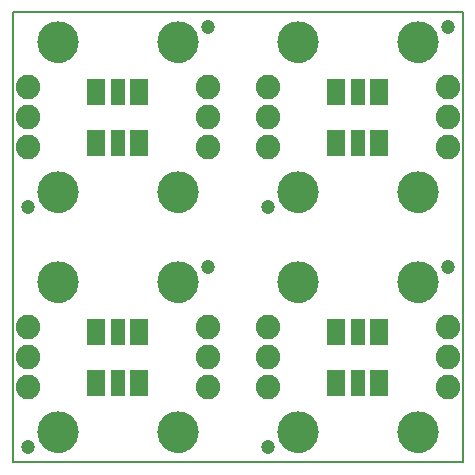
<source format=gbs>
G75*
G70*
%OFA0B0*%
%FSLAX24Y24*%
%IPPOS*%
%LPD*%
%AMOC8*
5,1,8,0,0,1.08239X$1,22.5*
%
%ADD10C,0.0080*%
%ADD11C,0.0000*%
%ADD12C,0.1380*%
%ADD13C,0.0474*%
%ADD14R,0.0631X0.0867*%
%ADD15R,0.0474X0.0867*%
%ADD16C,0.0820*%
D10*
X008338Y000501D02*
X008338Y015501D01*
X023338Y015501D01*
X023338Y000501D01*
X008338Y000501D01*
D11*
X009188Y001501D02*
X009190Y001551D01*
X009196Y001601D01*
X009206Y001651D01*
X009219Y001699D01*
X009236Y001747D01*
X009257Y001793D01*
X009281Y001837D01*
X009309Y001879D01*
X009340Y001919D01*
X009374Y001956D01*
X009411Y001991D01*
X009450Y002022D01*
X009491Y002051D01*
X009535Y002076D01*
X009581Y002098D01*
X009628Y002116D01*
X009676Y002130D01*
X009725Y002141D01*
X009775Y002148D01*
X009825Y002151D01*
X009876Y002150D01*
X009926Y002145D01*
X009976Y002136D01*
X010024Y002124D01*
X010072Y002107D01*
X010118Y002087D01*
X010163Y002064D01*
X010206Y002037D01*
X010246Y002007D01*
X010284Y001974D01*
X010319Y001938D01*
X010352Y001899D01*
X010381Y001858D01*
X010407Y001815D01*
X010430Y001770D01*
X010449Y001723D01*
X010464Y001675D01*
X010476Y001626D01*
X010484Y001576D01*
X010488Y001526D01*
X010488Y001476D01*
X010484Y001426D01*
X010476Y001376D01*
X010464Y001327D01*
X010449Y001279D01*
X010430Y001232D01*
X010407Y001187D01*
X010381Y001144D01*
X010352Y001103D01*
X010319Y001064D01*
X010284Y001028D01*
X010246Y000995D01*
X010206Y000965D01*
X010163Y000938D01*
X010118Y000915D01*
X010072Y000895D01*
X010024Y000878D01*
X009976Y000866D01*
X009926Y000857D01*
X009876Y000852D01*
X009825Y000851D01*
X009775Y000854D01*
X009725Y000861D01*
X009676Y000872D01*
X009628Y000886D01*
X009581Y000904D01*
X009535Y000926D01*
X009491Y000951D01*
X009450Y000980D01*
X009411Y001011D01*
X009374Y001046D01*
X009340Y001083D01*
X009309Y001123D01*
X009281Y001165D01*
X009257Y001209D01*
X009236Y001255D01*
X009219Y001303D01*
X009206Y001351D01*
X009196Y001401D01*
X009190Y001451D01*
X009188Y001501D01*
X013188Y001501D02*
X013190Y001551D01*
X013196Y001601D01*
X013206Y001651D01*
X013219Y001699D01*
X013236Y001747D01*
X013257Y001793D01*
X013281Y001837D01*
X013309Y001879D01*
X013340Y001919D01*
X013374Y001956D01*
X013411Y001991D01*
X013450Y002022D01*
X013491Y002051D01*
X013535Y002076D01*
X013581Y002098D01*
X013628Y002116D01*
X013676Y002130D01*
X013725Y002141D01*
X013775Y002148D01*
X013825Y002151D01*
X013876Y002150D01*
X013926Y002145D01*
X013976Y002136D01*
X014024Y002124D01*
X014072Y002107D01*
X014118Y002087D01*
X014163Y002064D01*
X014206Y002037D01*
X014246Y002007D01*
X014284Y001974D01*
X014319Y001938D01*
X014352Y001899D01*
X014381Y001858D01*
X014407Y001815D01*
X014430Y001770D01*
X014449Y001723D01*
X014464Y001675D01*
X014476Y001626D01*
X014484Y001576D01*
X014488Y001526D01*
X014488Y001476D01*
X014484Y001426D01*
X014476Y001376D01*
X014464Y001327D01*
X014449Y001279D01*
X014430Y001232D01*
X014407Y001187D01*
X014381Y001144D01*
X014352Y001103D01*
X014319Y001064D01*
X014284Y001028D01*
X014246Y000995D01*
X014206Y000965D01*
X014163Y000938D01*
X014118Y000915D01*
X014072Y000895D01*
X014024Y000878D01*
X013976Y000866D01*
X013926Y000857D01*
X013876Y000852D01*
X013825Y000851D01*
X013775Y000854D01*
X013725Y000861D01*
X013676Y000872D01*
X013628Y000886D01*
X013581Y000904D01*
X013535Y000926D01*
X013491Y000951D01*
X013450Y000980D01*
X013411Y001011D01*
X013374Y001046D01*
X013340Y001083D01*
X013309Y001123D01*
X013281Y001165D01*
X013257Y001209D01*
X013236Y001255D01*
X013219Y001303D01*
X013206Y001351D01*
X013196Y001401D01*
X013190Y001451D01*
X013188Y001501D01*
X017188Y001501D02*
X017190Y001551D01*
X017196Y001601D01*
X017206Y001651D01*
X017219Y001699D01*
X017236Y001747D01*
X017257Y001793D01*
X017281Y001837D01*
X017309Y001879D01*
X017340Y001919D01*
X017374Y001956D01*
X017411Y001991D01*
X017450Y002022D01*
X017491Y002051D01*
X017535Y002076D01*
X017581Y002098D01*
X017628Y002116D01*
X017676Y002130D01*
X017725Y002141D01*
X017775Y002148D01*
X017825Y002151D01*
X017876Y002150D01*
X017926Y002145D01*
X017976Y002136D01*
X018024Y002124D01*
X018072Y002107D01*
X018118Y002087D01*
X018163Y002064D01*
X018206Y002037D01*
X018246Y002007D01*
X018284Y001974D01*
X018319Y001938D01*
X018352Y001899D01*
X018381Y001858D01*
X018407Y001815D01*
X018430Y001770D01*
X018449Y001723D01*
X018464Y001675D01*
X018476Y001626D01*
X018484Y001576D01*
X018488Y001526D01*
X018488Y001476D01*
X018484Y001426D01*
X018476Y001376D01*
X018464Y001327D01*
X018449Y001279D01*
X018430Y001232D01*
X018407Y001187D01*
X018381Y001144D01*
X018352Y001103D01*
X018319Y001064D01*
X018284Y001028D01*
X018246Y000995D01*
X018206Y000965D01*
X018163Y000938D01*
X018118Y000915D01*
X018072Y000895D01*
X018024Y000878D01*
X017976Y000866D01*
X017926Y000857D01*
X017876Y000852D01*
X017825Y000851D01*
X017775Y000854D01*
X017725Y000861D01*
X017676Y000872D01*
X017628Y000886D01*
X017581Y000904D01*
X017535Y000926D01*
X017491Y000951D01*
X017450Y000980D01*
X017411Y001011D01*
X017374Y001046D01*
X017340Y001083D01*
X017309Y001123D01*
X017281Y001165D01*
X017257Y001209D01*
X017236Y001255D01*
X017219Y001303D01*
X017206Y001351D01*
X017196Y001401D01*
X017190Y001451D01*
X017188Y001501D01*
X021188Y001501D02*
X021190Y001551D01*
X021196Y001601D01*
X021206Y001651D01*
X021219Y001699D01*
X021236Y001747D01*
X021257Y001793D01*
X021281Y001837D01*
X021309Y001879D01*
X021340Y001919D01*
X021374Y001956D01*
X021411Y001991D01*
X021450Y002022D01*
X021491Y002051D01*
X021535Y002076D01*
X021581Y002098D01*
X021628Y002116D01*
X021676Y002130D01*
X021725Y002141D01*
X021775Y002148D01*
X021825Y002151D01*
X021876Y002150D01*
X021926Y002145D01*
X021976Y002136D01*
X022024Y002124D01*
X022072Y002107D01*
X022118Y002087D01*
X022163Y002064D01*
X022206Y002037D01*
X022246Y002007D01*
X022284Y001974D01*
X022319Y001938D01*
X022352Y001899D01*
X022381Y001858D01*
X022407Y001815D01*
X022430Y001770D01*
X022449Y001723D01*
X022464Y001675D01*
X022476Y001626D01*
X022484Y001576D01*
X022488Y001526D01*
X022488Y001476D01*
X022484Y001426D01*
X022476Y001376D01*
X022464Y001327D01*
X022449Y001279D01*
X022430Y001232D01*
X022407Y001187D01*
X022381Y001144D01*
X022352Y001103D01*
X022319Y001064D01*
X022284Y001028D01*
X022246Y000995D01*
X022206Y000965D01*
X022163Y000938D01*
X022118Y000915D01*
X022072Y000895D01*
X022024Y000878D01*
X021976Y000866D01*
X021926Y000857D01*
X021876Y000852D01*
X021825Y000851D01*
X021775Y000854D01*
X021725Y000861D01*
X021676Y000872D01*
X021628Y000886D01*
X021581Y000904D01*
X021535Y000926D01*
X021491Y000951D01*
X021450Y000980D01*
X021411Y001011D01*
X021374Y001046D01*
X021340Y001083D01*
X021309Y001123D01*
X021281Y001165D01*
X021257Y001209D01*
X021236Y001255D01*
X021219Y001303D01*
X021206Y001351D01*
X021196Y001401D01*
X021190Y001451D01*
X021188Y001501D01*
X021188Y006501D02*
X021190Y006551D01*
X021196Y006601D01*
X021206Y006651D01*
X021219Y006699D01*
X021236Y006747D01*
X021257Y006793D01*
X021281Y006837D01*
X021309Y006879D01*
X021340Y006919D01*
X021374Y006956D01*
X021411Y006991D01*
X021450Y007022D01*
X021491Y007051D01*
X021535Y007076D01*
X021581Y007098D01*
X021628Y007116D01*
X021676Y007130D01*
X021725Y007141D01*
X021775Y007148D01*
X021825Y007151D01*
X021876Y007150D01*
X021926Y007145D01*
X021976Y007136D01*
X022024Y007124D01*
X022072Y007107D01*
X022118Y007087D01*
X022163Y007064D01*
X022206Y007037D01*
X022246Y007007D01*
X022284Y006974D01*
X022319Y006938D01*
X022352Y006899D01*
X022381Y006858D01*
X022407Y006815D01*
X022430Y006770D01*
X022449Y006723D01*
X022464Y006675D01*
X022476Y006626D01*
X022484Y006576D01*
X022488Y006526D01*
X022488Y006476D01*
X022484Y006426D01*
X022476Y006376D01*
X022464Y006327D01*
X022449Y006279D01*
X022430Y006232D01*
X022407Y006187D01*
X022381Y006144D01*
X022352Y006103D01*
X022319Y006064D01*
X022284Y006028D01*
X022246Y005995D01*
X022206Y005965D01*
X022163Y005938D01*
X022118Y005915D01*
X022072Y005895D01*
X022024Y005878D01*
X021976Y005866D01*
X021926Y005857D01*
X021876Y005852D01*
X021825Y005851D01*
X021775Y005854D01*
X021725Y005861D01*
X021676Y005872D01*
X021628Y005886D01*
X021581Y005904D01*
X021535Y005926D01*
X021491Y005951D01*
X021450Y005980D01*
X021411Y006011D01*
X021374Y006046D01*
X021340Y006083D01*
X021309Y006123D01*
X021281Y006165D01*
X021257Y006209D01*
X021236Y006255D01*
X021219Y006303D01*
X021206Y006351D01*
X021196Y006401D01*
X021190Y006451D01*
X021188Y006501D01*
X017188Y006501D02*
X017190Y006551D01*
X017196Y006601D01*
X017206Y006651D01*
X017219Y006699D01*
X017236Y006747D01*
X017257Y006793D01*
X017281Y006837D01*
X017309Y006879D01*
X017340Y006919D01*
X017374Y006956D01*
X017411Y006991D01*
X017450Y007022D01*
X017491Y007051D01*
X017535Y007076D01*
X017581Y007098D01*
X017628Y007116D01*
X017676Y007130D01*
X017725Y007141D01*
X017775Y007148D01*
X017825Y007151D01*
X017876Y007150D01*
X017926Y007145D01*
X017976Y007136D01*
X018024Y007124D01*
X018072Y007107D01*
X018118Y007087D01*
X018163Y007064D01*
X018206Y007037D01*
X018246Y007007D01*
X018284Y006974D01*
X018319Y006938D01*
X018352Y006899D01*
X018381Y006858D01*
X018407Y006815D01*
X018430Y006770D01*
X018449Y006723D01*
X018464Y006675D01*
X018476Y006626D01*
X018484Y006576D01*
X018488Y006526D01*
X018488Y006476D01*
X018484Y006426D01*
X018476Y006376D01*
X018464Y006327D01*
X018449Y006279D01*
X018430Y006232D01*
X018407Y006187D01*
X018381Y006144D01*
X018352Y006103D01*
X018319Y006064D01*
X018284Y006028D01*
X018246Y005995D01*
X018206Y005965D01*
X018163Y005938D01*
X018118Y005915D01*
X018072Y005895D01*
X018024Y005878D01*
X017976Y005866D01*
X017926Y005857D01*
X017876Y005852D01*
X017825Y005851D01*
X017775Y005854D01*
X017725Y005861D01*
X017676Y005872D01*
X017628Y005886D01*
X017581Y005904D01*
X017535Y005926D01*
X017491Y005951D01*
X017450Y005980D01*
X017411Y006011D01*
X017374Y006046D01*
X017340Y006083D01*
X017309Y006123D01*
X017281Y006165D01*
X017257Y006209D01*
X017236Y006255D01*
X017219Y006303D01*
X017206Y006351D01*
X017196Y006401D01*
X017190Y006451D01*
X017188Y006501D01*
X013188Y006501D02*
X013190Y006551D01*
X013196Y006601D01*
X013206Y006651D01*
X013219Y006699D01*
X013236Y006747D01*
X013257Y006793D01*
X013281Y006837D01*
X013309Y006879D01*
X013340Y006919D01*
X013374Y006956D01*
X013411Y006991D01*
X013450Y007022D01*
X013491Y007051D01*
X013535Y007076D01*
X013581Y007098D01*
X013628Y007116D01*
X013676Y007130D01*
X013725Y007141D01*
X013775Y007148D01*
X013825Y007151D01*
X013876Y007150D01*
X013926Y007145D01*
X013976Y007136D01*
X014024Y007124D01*
X014072Y007107D01*
X014118Y007087D01*
X014163Y007064D01*
X014206Y007037D01*
X014246Y007007D01*
X014284Y006974D01*
X014319Y006938D01*
X014352Y006899D01*
X014381Y006858D01*
X014407Y006815D01*
X014430Y006770D01*
X014449Y006723D01*
X014464Y006675D01*
X014476Y006626D01*
X014484Y006576D01*
X014488Y006526D01*
X014488Y006476D01*
X014484Y006426D01*
X014476Y006376D01*
X014464Y006327D01*
X014449Y006279D01*
X014430Y006232D01*
X014407Y006187D01*
X014381Y006144D01*
X014352Y006103D01*
X014319Y006064D01*
X014284Y006028D01*
X014246Y005995D01*
X014206Y005965D01*
X014163Y005938D01*
X014118Y005915D01*
X014072Y005895D01*
X014024Y005878D01*
X013976Y005866D01*
X013926Y005857D01*
X013876Y005852D01*
X013825Y005851D01*
X013775Y005854D01*
X013725Y005861D01*
X013676Y005872D01*
X013628Y005886D01*
X013581Y005904D01*
X013535Y005926D01*
X013491Y005951D01*
X013450Y005980D01*
X013411Y006011D01*
X013374Y006046D01*
X013340Y006083D01*
X013309Y006123D01*
X013281Y006165D01*
X013257Y006209D01*
X013236Y006255D01*
X013219Y006303D01*
X013206Y006351D01*
X013196Y006401D01*
X013190Y006451D01*
X013188Y006501D01*
X009188Y006501D02*
X009190Y006551D01*
X009196Y006601D01*
X009206Y006651D01*
X009219Y006699D01*
X009236Y006747D01*
X009257Y006793D01*
X009281Y006837D01*
X009309Y006879D01*
X009340Y006919D01*
X009374Y006956D01*
X009411Y006991D01*
X009450Y007022D01*
X009491Y007051D01*
X009535Y007076D01*
X009581Y007098D01*
X009628Y007116D01*
X009676Y007130D01*
X009725Y007141D01*
X009775Y007148D01*
X009825Y007151D01*
X009876Y007150D01*
X009926Y007145D01*
X009976Y007136D01*
X010024Y007124D01*
X010072Y007107D01*
X010118Y007087D01*
X010163Y007064D01*
X010206Y007037D01*
X010246Y007007D01*
X010284Y006974D01*
X010319Y006938D01*
X010352Y006899D01*
X010381Y006858D01*
X010407Y006815D01*
X010430Y006770D01*
X010449Y006723D01*
X010464Y006675D01*
X010476Y006626D01*
X010484Y006576D01*
X010488Y006526D01*
X010488Y006476D01*
X010484Y006426D01*
X010476Y006376D01*
X010464Y006327D01*
X010449Y006279D01*
X010430Y006232D01*
X010407Y006187D01*
X010381Y006144D01*
X010352Y006103D01*
X010319Y006064D01*
X010284Y006028D01*
X010246Y005995D01*
X010206Y005965D01*
X010163Y005938D01*
X010118Y005915D01*
X010072Y005895D01*
X010024Y005878D01*
X009976Y005866D01*
X009926Y005857D01*
X009876Y005852D01*
X009825Y005851D01*
X009775Y005854D01*
X009725Y005861D01*
X009676Y005872D01*
X009628Y005886D01*
X009581Y005904D01*
X009535Y005926D01*
X009491Y005951D01*
X009450Y005980D01*
X009411Y006011D01*
X009374Y006046D01*
X009340Y006083D01*
X009309Y006123D01*
X009281Y006165D01*
X009257Y006209D01*
X009236Y006255D01*
X009219Y006303D01*
X009206Y006351D01*
X009196Y006401D01*
X009190Y006451D01*
X009188Y006501D01*
X009188Y009501D02*
X009190Y009551D01*
X009196Y009601D01*
X009206Y009651D01*
X009219Y009699D01*
X009236Y009747D01*
X009257Y009793D01*
X009281Y009837D01*
X009309Y009879D01*
X009340Y009919D01*
X009374Y009956D01*
X009411Y009991D01*
X009450Y010022D01*
X009491Y010051D01*
X009535Y010076D01*
X009581Y010098D01*
X009628Y010116D01*
X009676Y010130D01*
X009725Y010141D01*
X009775Y010148D01*
X009825Y010151D01*
X009876Y010150D01*
X009926Y010145D01*
X009976Y010136D01*
X010024Y010124D01*
X010072Y010107D01*
X010118Y010087D01*
X010163Y010064D01*
X010206Y010037D01*
X010246Y010007D01*
X010284Y009974D01*
X010319Y009938D01*
X010352Y009899D01*
X010381Y009858D01*
X010407Y009815D01*
X010430Y009770D01*
X010449Y009723D01*
X010464Y009675D01*
X010476Y009626D01*
X010484Y009576D01*
X010488Y009526D01*
X010488Y009476D01*
X010484Y009426D01*
X010476Y009376D01*
X010464Y009327D01*
X010449Y009279D01*
X010430Y009232D01*
X010407Y009187D01*
X010381Y009144D01*
X010352Y009103D01*
X010319Y009064D01*
X010284Y009028D01*
X010246Y008995D01*
X010206Y008965D01*
X010163Y008938D01*
X010118Y008915D01*
X010072Y008895D01*
X010024Y008878D01*
X009976Y008866D01*
X009926Y008857D01*
X009876Y008852D01*
X009825Y008851D01*
X009775Y008854D01*
X009725Y008861D01*
X009676Y008872D01*
X009628Y008886D01*
X009581Y008904D01*
X009535Y008926D01*
X009491Y008951D01*
X009450Y008980D01*
X009411Y009011D01*
X009374Y009046D01*
X009340Y009083D01*
X009309Y009123D01*
X009281Y009165D01*
X009257Y009209D01*
X009236Y009255D01*
X009219Y009303D01*
X009206Y009351D01*
X009196Y009401D01*
X009190Y009451D01*
X009188Y009501D01*
X013188Y009501D02*
X013190Y009551D01*
X013196Y009601D01*
X013206Y009651D01*
X013219Y009699D01*
X013236Y009747D01*
X013257Y009793D01*
X013281Y009837D01*
X013309Y009879D01*
X013340Y009919D01*
X013374Y009956D01*
X013411Y009991D01*
X013450Y010022D01*
X013491Y010051D01*
X013535Y010076D01*
X013581Y010098D01*
X013628Y010116D01*
X013676Y010130D01*
X013725Y010141D01*
X013775Y010148D01*
X013825Y010151D01*
X013876Y010150D01*
X013926Y010145D01*
X013976Y010136D01*
X014024Y010124D01*
X014072Y010107D01*
X014118Y010087D01*
X014163Y010064D01*
X014206Y010037D01*
X014246Y010007D01*
X014284Y009974D01*
X014319Y009938D01*
X014352Y009899D01*
X014381Y009858D01*
X014407Y009815D01*
X014430Y009770D01*
X014449Y009723D01*
X014464Y009675D01*
X014476Y009626D01*
X014484Y009576D01*
X014488Y009526D01*
X014488Y009476D01*
X014484Y009426D01*
X014476Y009376D01*
X014464Y009327D01*
X014449Y009279D01*
X014430Y009232D01*
X014407Y009187D01*
X014381Y009144D01*
X014352Y009103D01*
X014319Y009064D01*
X014284Y009028D01*
X014246Y008995D01*
X014206Y008965D01*
X014163Y008938D01*
X014118Y008915D01*
X014072Y008895D01*
X014024Y008878D01*
X013976Y008866D01*
X013926Y008857D01*
X013876Y008852D01*
X013825Y008851D01*
X013775Y008854D01*
X013725Y008861D01*
X013676Y008872D01*
X013628Y008886D01*
X013581Y008904D01*
X013535Y008926D01*
X013491Y008951D01*
X013450Y008980D01*
X013411Y009011D01*
X013374Y009046D01*
X013340Y009083D01*
X013309Y009123D01*
X013281Y009165D01*
X013257Y009209D01*
X013236Y009255D01*
X013219Y009303D01*
X013206Y009351D01*
X013196Y009401D01*
X013190Y009451D01*
X013188Y009501D01*
X017188Y009501D02*
X017190Y009551D01*
X017196Y009601D01*
X017206Y009651D01*
X017219Y009699D01*
X017236Y009747D01*
X017257Y009793D01*
X017281Y009837D01*
X017309Y009879D01*
X017340Y009919D01*
X017374Y009956D01*
X017411Y009991D01*
X017450Y010022D01*
X017491Y010051D01*
X017535Y010076D01*
X017581Y010098D01*
X017628Y010116D01*
X017676Y010130D01*
X017725Y010141D01*
X017775Y010148D01*
X017825Y010151D01*
X017876Y010150D01*
X017926Y010145D01*
X017976Y010136D01*
X018024Y010124D01*
X018072Y010107D01*
X018118Y010087D01*
X018163Y010064D01*
X018206Y010037D01*
X018246Y010007D01*
X018284Y009974D01*
X018319Y009938D01*
X018352Y009899D01*
X018381Y009858D01*
X018407Y009815D01*
X018430Y009770D01*
X018449Y009723D01*
X018464Y009675D01*
X018476Y009626D01*
X018484Y009576D01*
X018488Y009526D01*
X018488Y009476D01*
X018484Y009426D01*
X018476Y009376D01*
X018464Y009327D01*
X018449Y009279D01*
X018430Y009232D01*
X018407Y009187D01*
X018381Y009144D01*
X018352Y009103D01*
X018319Y009064D01*
X018284Y009028D01*
X018246Y008995D01*
X018206Y008965D01*
X018163Y008938D01*
X018118Y008915D01*
X018072Y008895D01*
X018024Y008878D01*
X017976Y008866D01*
X017926Y008857D01*
X017876Y008852D01*
X017825Y008851D01*
X017775Y008854D01*
X017725Y008861D01*
X017676Y008872D01*
X017628Y008886D01*
X017581Y008904D01*
X017535Y008926D01*
X017491Y008951D01*
X017450Y008980D01*
X017411Y009011D01*
X017374Y009046D01*
X017340Y009083D01*
X017309Y009123D01*
X017281Y009165D01*
X017257Y009209D01*
X017236Y009255D01*
X017219Y009303D01*
X017206Y009351D01*
X017196Y009401D01*
X017190Y009451D01*
X017188Y009501D01*
X021188Y009501D02*
X021190Y009551D01*
X021196Y009601D01*
X021206Y009651D01*
X021219Y009699D01*
X021236Y009747D01*
X021257Y009793D01*
X021281Y009837D01*
X021309Y009879D01*
X021340Y009919D01*
X021374Y009956D01*
X021411Y009991D01*
X021450Y010022D01*
X021491Y010051D01*
X021535Y010076D01*
X021581Y010098D01*
X021628Y010116D01*
X021676Y010130D01*
X021725Y010141D01*
X021775Y010148D01*
X021825Y010151D01*
X021876Y010150D01*
X021926Y010145D01*
X021976Y010136D01*
X022024Y010124D01*
X022072Y010107D01*
X022118Y010087D01*
X022163Y010064D01*
X022206Y010037D01*
X022246Y010007D01*
X022284Y009974D01*
X022319Y009938D01*
X022352Y009899D01*
X022381Y009858D01*
X022407Y009815D01*
X022430Y009770D01*
X022449Y009723D01*
X022464Y009675D01*
X022476Y009626D01*
X022484Y009576D01*
X022488Y009526D01*
X022488Y009476D01*
X022484Y009426D01*
X022476Y009376D01*
X022464Y009327D01*
X022449Y009279D01*
X022430Y009232D01*
X022407Y009187D01*
X022381Y009144D01*
X022352Y009103D01*
X022319Y009064D01*
X022284Y009028D01*
X022246Y008995D01*
X022206Y008965D01*
X022163Y008938D01*
X022118Y008915D01*
X022072Y008895D01*
X022024Y008878D01*
X021976Y008866D01*
X021926Y008857D01*
X021876Y008852D01*
X021825Y008851D01*
X021775Y008854D01*
X021725Y008861D01*
X021676Y008872D01*
X021628Y008886D01*
X021581Y008904D01*
X021535Y008926D01*
X021491Y008951D01*
X021450Y008980D01*
X021411Y009011D01*
X021374Y009046D01*
X021340Y009083D01*
X021309Y009123D01*
X021281Y009165D01*
X021257Y009209D01*
X021236Y009255D01*
X021219Y009303D01*
X021206Y009351D01*
X021196Y009401D01*
X021190Y009451D01*
X021188Y009501D01*
X021188Y014501D02*
X021190Y014551D01*
X021196Y014601D01*
X021206Y014651D01*
X021219Y014699D01*
X021236Y014747D01*
X021257Y014793D01*
X021281Y014837D01*
X021309Y014879D01*
X021340Y014919D01*
X021374Y014956D01*
X021411Y014991D01*
X021450Y015022D01*
X021491Y015051D01*
X021535Y015076D01*
X021581Y015098D01*
X021628Y015116D01*
X021676Y015130D01*
X021725Y015141D01*
X021775Y015148D01*
X021825Y015151D01*
X021876Y015150D01*
X021926Y015145D01*
X021976Y015136D01*
X022024Y015124D01*
X022072Y015107D01*
X022118Y015087D01*
X022163Y015064D01*
X022206Y015037D01*
X022246Y015007D01*
X022284Y014974D01*
X022319Y014938D01*
X022352Y014899D01*
X022381Y014858D01*
X022407Y014815D01*
X022430Y014770D01*
X022449Y014723D01*
X022464Y014675D01*
X022476Y014626D01*
X022484Y014576D01*
X022488Y014526D01*
X022488Y014476D01*
X022484Y014426D01*
X022476Y014376D01*
X022464Y014327D01*
X022449Y014279D01*
X022430Y014232D01*
X022407Y014187D01*
X022381Y014144D01*
X022352Y014103D01*
X022319Y014064D01*
X022284Y014028D01*
X022246Y013995D01*
X022206Y013965D01*
X022163Y013938D01*
X022118Y013915D01*
X022072Y013895D01*
X022024Y013878D01*
X021976Y013866D01*
X021926Y013857D01*
X021876Y013852D01*
X021825Y013851D01*
X021775Y013854D01*
X021725Y013861D01*
X021676Y013872D01*
X021628Y013886D01*
X021581Y013904D01*
X021535Y013926D01*
X021491Y013951D01*
X021450Y013980D01*
X021411Y014011D01*
X021374Y014046D01*
X021340Y014083D01*
X021309Y014123D01*
X021281Y014165D01*
X021257Y014209D01*
X021236Y014255D01*
X021219Y014303D01*
X021206Y014351D01*
X021196Y014401D01*
X021190Y014451D01*
X021188Y014501D01*
X017188Y014501D02*
X017190Y014551D01*
X017196Y014601D01*
X017206Y014651D01*
X017219Y014699D01*
X017236Y014747D01*
X017257Y014793D01*
X017281Y014837D01*
X017309Y014879D01*
X017340Y014919D01*
X017374Y014956D01*
X017411Y014991D01*
X017450Y015022D01*
X017491Y015051D01*
X017535Y015076D01*
X017581Y015098D01*
X017628Y015116D01*
X017676Y015130D01*
X017725Y015141D01*
X017775Y015148D01*
X017825Y015151D01*
X017876Y015150D01*
X017926Y015145D01*
X017976Y015136D01*
X018024Y015124D01*
X018072Y015107D01*
X018118Y015087D01*
X018163Y015064D01*
X018206Y015037D01*
X018246Y015007D01*
X018284Y014974D01*
X018319Y014938D01*
X018352Y014899D01*
X018381Y014858D01*
X018407Y014815D01*
X018430Y014770D01*
X018449Y014723D01*
X018464Y014675D01*
X018476Y014626D01*
X018484Y014576D01*
X018488Y014526D01*
X018488Y014476D01*
X018484Y014426D01*
X018476Y014376D01*
X018464Y014327D01*
X018449Y014279D01*
X018430Y014232D01*
X018407Y014187D01*
X018381Y014144D01*
X018352Y014103D01*
X018319Y014064D01*
X018284Y014028D01*
X018246Y013995D01*
X018206Y013965D01*
X018163Y013938D01*
X018118Y013915D01*
X018072Y013895D01*
X018024Y013878D01*
X017976Y013866D01*
X017926Y013857D01*
X017876Y013852D01*
X017825Y013851D01*
X017775Y013854D01*
X017725Y013861D01*
X017676Y013872D01*
X017628Y013886D01*
X017581Y013904D01*
X017535Y013926D01*
X017491Y013951D01*
X017450Y013980D01*
X017411Y014011D01*
X017374Y014046D01*
X017340Y014083D01*
X017309Y014123D01*
X017281Y014165D01*
X017257Y014209D01*
X017236Y014255D01*
X017219Y014303D01*
X017206Y014351D01*
X017196Y014401D01*
X017190Y014451D01*
X017188Y014501D01*
X013188Y014501D02*
X013190Y014551D01*
X013196Y014601D01*
X013206Y014651D01*
X013219Y014699D01*
X013236Y014747D01*
X013257Y014793D01*
X013281Y014837D01*
X013309Y014879D01*
X013340Y014919D01*
X013374Y014956D01*
X013411Y014991D01*
X013450Y015022D01*
X013491Y015051D01*
X013535Y015076D01*
X013581Y015098D01*
X013628Y015116D01*
X013676Y015130D01*
X013725Y015141D01*
X013775Y015148D01*
X013825Y015151D01*
X013876Y015150D01*
X013926Y015145D01*
X013976Y015136D01*
X014024Y015124D01*
X014072Y015107D01*
X014118Y015087D01*
X014163Y015064D01*
X014206Y015037D01*
X014246Y015007D01*
X014284Y014974D01*
X014319Y014938D01*
X014352Y014899D01*
X014381Y014858D01*
X014407Y014815D01*
X014430Y014770D01*
X014449Y014723D01*
X014464Y014675D01*
X014476Y014626D01*
X014484Y014576D01*
X014488Y014526D01*
X014488Y014476D01*
X014484Y014426D01*
X014476Y014376D01*
X014464Y014327D01*
X014449Y014279D01*
X014430Y014232D01*
X014407Y014187D01*
X014381Y014144D01*
X014352Y014103D01*
X014319Y014064D01*
X014284Y014028D01*
X014246Y013995D01*
X014206Y013965D01*
X014163Y013938D01*
X014118Y013915D01*
X014072Y013895D01*
X014024Y013878D01*
X013976Y013866D01*
X013926Y013857D01*
X013876Y013852D01*
X013825Y013851D01*
X013775Y013854D01*
X013725Y013861D01*
X013676Y013872D01*
X013628Y013886D01*
X013581Y013904D01*
X013535Y013926D01*
X013491Y013951D01*
X013450Y013980D01*
X013411Y014011D01*
X013374Y014046D01*
X013340Y014083D01*
X013309Y014123D01*
X013281Y014165D01*
X013257Y014209D01*
X013236Y014255D01*
X013219Y014303D01*
X013206Y014351D01*
X013196Y014401D01*
X013190Y014451D01*
X013188Y014501D01*
X009188Y014501D02*
X009190Y014551D01*
X009196Y014601D01*
X009206Y014651D01*
X009219Y014699D01*
X009236Y014747D01*
X009257Y014793D01*
X009281Y014837D01*
X009309Y014879D01*
X009340Y014919D01*
X009374Y014956D01*
X009411Y014991D01*
X009450Y015022D01*
X009491Y015051D01*
X009535Y015076D01*
X009581Y015098D01*
X009628Y015116D01*
X009676Y015130D01*
X009725Y015141D01*
X009775Y015148D01*
X009825Y015151D01*
X009876Y015150D01*
X009926Y015145D01*
X009976Y015136D01*
X010024Y015124D01*
X010072Y015107D01*
X010118Y015087D01*
X010163Y015064D01*
X010206Y015037D01*
X010246Y015007D01*
X010284Y014974D01*
X010319Y014938D01*
X010352Y014899D01*
X010381Y014858D01*
X010407Y014815D01*
X010430Y014770D01*
X010449Y014723D01*
X010464Y014675D01*
X010476Y014626D01*
X010484Y014576D01*
X010488Y014526D01*
X010488Y014476D01*
X010484Y014426D01*
X010476Y014376D01*
X010464Y014327D01*
X010449Y014279D01*
X010430Y014232D01*
X010407Y014187D01*
X010381Y014144D01*
X010352Y014103D01*
X010319Y014064D01*
X010284Y014028D01*
X010246Y013995D01*
X010206Y013965D01*
X010163Y013938D01*
X010118Y013915D01*
X010072Y013895D01*
X010024Y013878D01*
X009976Y013866D01*
X009926Y013857D01*
X009876Y013852D01*
X009825Y013851D01*
X009775Y013854D01*
X009725Y013861D01*
X009676Y013872D01*
X009628Y013886D01*
X009581Y013904D01*
X009535Y013926D01*
X009491Y013951D01*
X009450Y013980D01*
X009411Y014011D01*
X009374Y014046D01*
X009340Y014083D01*
X009309Y014123D01*
X009281Y014165D01*
X009257Y014209D01*
X009236Y014255D01*
X009219Y014303D01*
X009206Y014351D01*
X009196Y014401D01*
X009190Y014451D01*
X009188Y014501D01*
D12*
X009838Y014501D03*
X013838Y014501D03*
X017838Y014501D03*
X021838Y014501D03*
X021838Y009501D03*
X017838Y009501D03*
X013838Y009501D03*
X009838Y009501D03*
X009838Y006501D03*
X013838Y006501D03*
X017838Y006501D03*
X021838Y006501D03*
X021838Y001501D03*
X017838Y001501D03*
X013838Y001501D03*
X009838Y001501D03*
D13*
X008838Y001001D03*
X016838Y001001D03*
X014838Y007001D03*
X016838Y009001D03*
X022838Y007001D03*
X008838Y009001D03*
X014838Y015001D03*
X022838Y015001D03*
D14*
X020547Y012867D03*
X019129Y012867D03*
X019129Y011135D03*
X020547Y011135D03*
X012547Y011135D03*
X011129Y011135D03*
X011129Y012867D03*
X012547Y012867D03*
X012547Y004867D03*
X011129Y004867D03*
X011129Y003135D03*
X012547Y003135D03*
X019129Y003135D03*
X020547Y003135D03*
X020547Y004867D03*
X019129Y004867D03*
D15*
X019838Y004867D03*
X019838Y003135D03*
X011838Y003135D03*
X011838Y004867D03*
X011838Y011135D03*
X011838Y012867D03*
X019838Y012867D03*
X019838Y011135D03*
D16*
X016838Y011001D03*
X014838Y011001D03*
X014838Y012001D03*
X016838Y012001D03*
X016838Y013001D03*
X014838Y013001D03*
X008838Y013001D03*
X008838Y012001D03*
X008838Y011001D03*
X022838Y011001D03*
X022838Y012001D03*
X022838Y013001D03*
X022838Y005001D03*
X022838Y004001D03*
X022838Y003001D03*
X016838Y003001D03*
X014838Y003001D03*
X014838Y004001D03*
X016838Y004001D03*
X016838Y005001D03*
X014838Y005001D03*
X008838Y005001D03*
X008838Y004001D03*
X008838Y003001D03*
M02*

</source>
